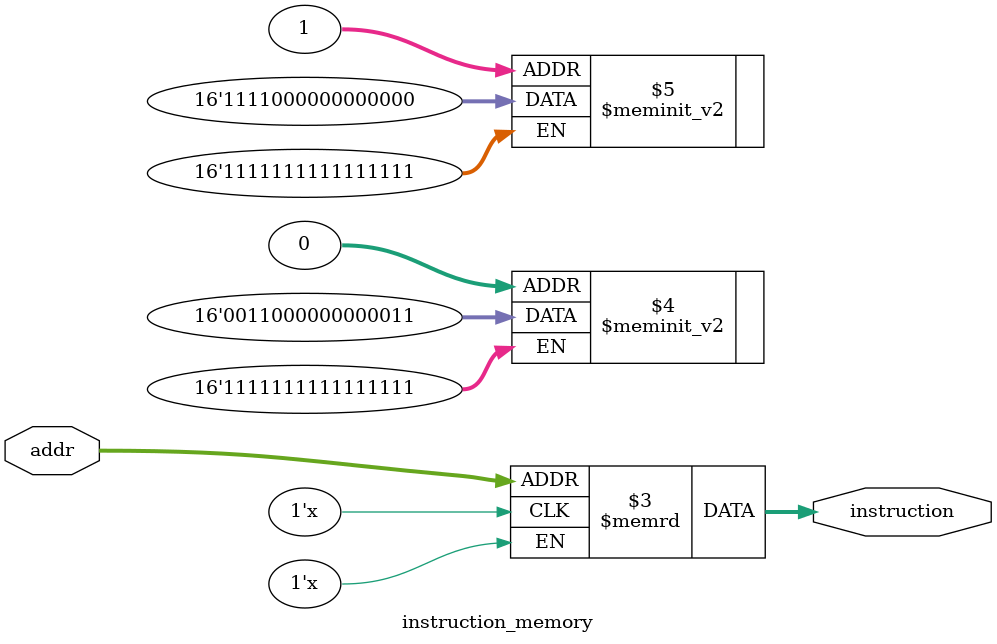
<source format=sv>
`timescale 1ns/1ps

module instruction_memory #(parameter WIDTH=16, parameter DEPTH=64) (
    input  logic [$clog2(DEPTH)-1:0] addr,
    output logic [WIDTH-1:0] instruction
);
    logic [WIDTH-1:0] rom [0:DEPTH-1];

    localparam CMD_CALC = 4'b0011; 
    localparam CMD_HALT = 4'b1111; 

    initial begin
        // --- FIRMWARE ---
        // Opcode: 3 | Operand: 3 => Hex: 3003
        rom[0] = {CMD_CALC, 12'd3}; 
        
        // STOP (HALT)
        // Opcode: F => Hex: F000
        rom[1] = {CMD_HALT, 12'd0};
    end

    assign instruction = rom[addr];
endmodule
</source>
